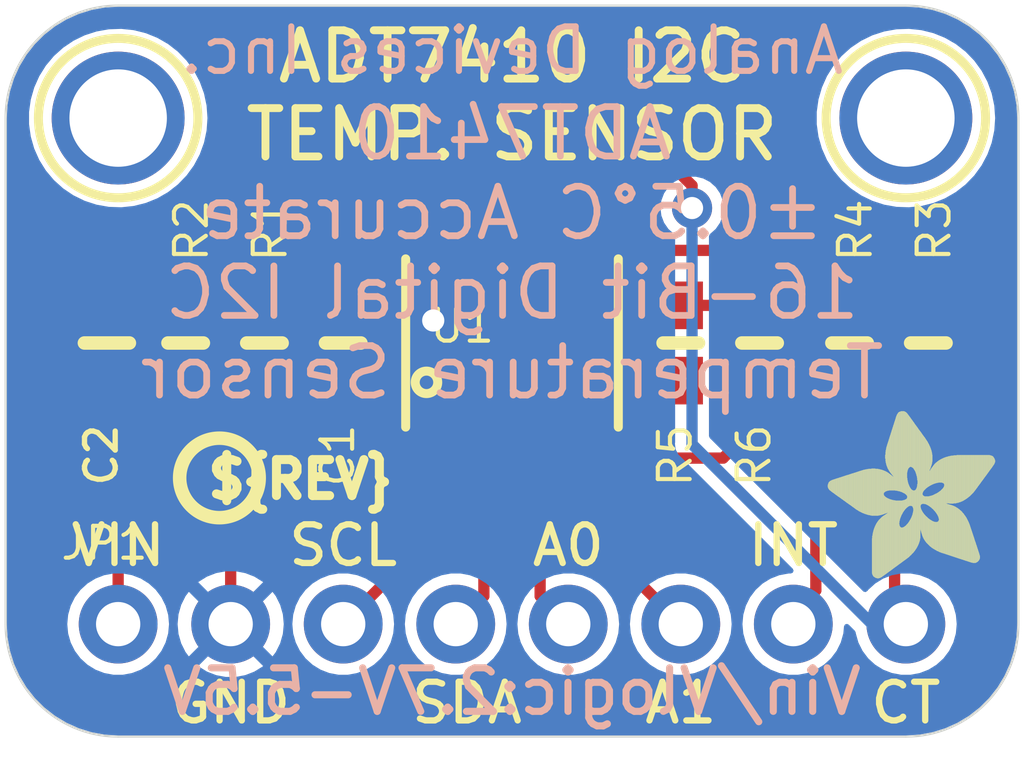
<source format=kicad_pcb>
(kicad_pcb (version 20221018) (generator pcbnew)
  (layers (0 "F.Cu" signal) (31 "B.Cu" signal) (34 "B.Paste" user) (35 "F.Paste" user) (36 "B.SilkS" user "B.Silkscreen") (37 "F.SilkS" user "F.Silkscreen") (38 "B.Mask" user) (39 "F.Mask" user) (44 "Edge.Cuts" user))
  (net 0 "")
  (net 1 "SCL")
  (net 2 "VDD")
  (net 3 "SDA")
  (net 4 "CT")
  (net 5 "INT")
  (net 6 "GND")
  (net 7 "A1")
  (net 8 "A0")
  (footprint "working:0603-NO" (layer "F.Cu") (at 152.3111 104.3686 -90)
    (fp_text reference "R5" (at 1.778 0.127 90) (layer "F.SilkS") (effects (font (size 0.719491 0.719491) (thickness 0.093309)) (justify right)))
    (fp_text value "10K")
    (pad "1" smd rect (at -0.85 0 270) (size 1.075 1) (layers "F.Cu" "F.Paste" "F.Mask") (net 6 "GND"))
    (pad "2" smd rect (at 0.85 0 270) (size 1.075 1) (layers "F.Cu" "F.Paste" "F.Mask") (net 8 "A0"))
  )
  (footprint "working:ADAFRUIT_3.5MM" (layer "F.Cu") (at 159.4231 109.7026 90)
    (fp_text reference "U$16" hide)
    (fp_text value "" hide)
  )
  (footprint "working:1X08_ROUND_70" (layer "F.Cu") (at 148.5011 110.7186)
    (fp_text reference "JP1" (at -10.2362 -1.8288) (layer "F.SilkS") (effects (font (size 0.719491 0.719491) (thickness 0.093309)) (justify left)))
    (fp_text value "")
    (pad "1" thru_hole circle (at -8.89 0 90) (size 1.778 1.778) (drill 1) (layers "*.Cu" "*.Mask") (net 2 "VDD"))
    (pad "2" thru_hole circle (at -6.35 0 90) (size 1.778 1.778) (drill 1) (layers "*.Cu" "*.Mask") (net 6 "GND"))
    (pad "3" thru_hole circle (at -3.81 0 90) (size 1.778 1.778) (drill 1) (layers "*.Cu" "*.Mask") (net 1 "SCL"))
    (pad "4" thru_hole circle (at -1.27 0 90) (size 1.778 1.778) (drill 1) (layers "*.Cu" "*.Mask") (net 3 "SDA"))
    (pad "5" thru_hole circle (at 1.27 0 90) (size 1.778 1.778) (drill 1) (layers "*.Cu" "*.Mask") (net 8 "A0"))
    (pad "6" thru_hole circle (at 3.81 0 90) (size 1.778 1.778) (drill 1) (layers "*.Cu" "*.Mask") (net 7 "A1"))
    (pad "7" thru_hole circle (at 6.35 0 90) (size 1.778 1.778) (drill 1) (layers "*.Cu" "*.Mask") (net 5 "INT"))
    (pad "8" thru_hole circle (at 8.89 0 90) (size 1.778 1.778) (drill 1) (layers "*.Cu" "*.Mask") (net 4 "CT"))
  )
  (footprint "working:0603-NO" (layer "F.Cu") (at 141.1351 104.3686 90)
    (fp_text reference "R2" (at 1.778 0.127 90) (layer "F.SilkS") (effects (font (size 0.719491 0.719491) (thickness 0.093309)) (justify left)))
    (fp_text value "10K")
    (pad "1" smd rect (at -0.85 0 90) (size 1.075 1) (layers "F.Cu" "F.Paste" "F.Mask") (net 1 "SCL"))
    (pad "2" smd rect (at 0.85 0 90) (size 1.075 1) (layers "F.Cu" "F.Paste" "F.Mask") (net 2 "VDD"))
  )
  (footprint "working:0603-NO" (layer "F.Cu") (at 144.6911 104.3686 -90)
    (fp_text reference "C1" (at 1.778 0.127 90) (layer "F.SilkS") (effects (font (size 0.719491 0.719491) (thickness 0.093309)) (justify right)))
    (fp_text value "0.1uF")
    (pad "1" smd rect (at -0.85 0 270) (size 1.075 1) (layers "F.Cu" "F.Paste" "F.Mask") (net 2 "VDD"))
    (pad "2" smd rect (at 0.85 0 270) (size 1.075 1) (layers "F.Cu" "F.Paste" "F.Mask") (net 6 "GND"))
  )
  (footprint "working:MOUNTINGHOLE_2.0_PLATED" (layer "F.Cu") (at 157.3911 99.2886)
    (fp_text reference "U$4" hide)
    (fp_text value "MOUNTINGHOLE2.0" hide)
    (pad "P$1" thru_hole circle (at 0 0) (size 3 3) (drill 2.2) (layers "*.Cu" "*.Mask"))
    (zone (net 0) (net_name "") (layer "B.Cu") (connect_pads (clearance 0)) (min_thickness 0.25)
      (keepout (tracks not_allowed) (vias not_allowed) (pads not_allowed) (copperpour not_allowed) (footprints allowed))
      (fill (thermal_gap 0.5) (thermal_bridge_width 0.5))
      (polygon (pts (xy 159.4071 99.2886) (xy 159.38748 99.008027) (xy 159.329004 98.732915) (xy 159.232808 98.468619) (xy 159.100765 98.220283) (xy 158.935446 97.99274) (xy 158.740067 97.79042) (xy 158.518433 97.61726) (xy 158.274856 97.476631) (xy 158.014078 97.37127) (xy 157.741175 97.303228) (xy 157.461457 97.273828) (xy 157.180371 97.283644) (xy 156.903385 97.332484) (xy 156.635893 97.419397) (xy 156.3831 97.542693) (xy 156.149926 97.69997) (xy 155.940911 97.888169) (xy 155.760122 98.103625) (xy 155.611078 98.342145) (xy 155.49668 98.599087) (xy 155.419154 98.86945) (xy 155.380011 99.147971) (xy 155.380011 99.429229) (xy 155.419154 99.70775) (xy 155.49668 99.978113) (xy 155.611078 100.235055) (xy 155.760122 100.473575) (xy 155.940911 100.689031) (xy 156.149926 100.87723) (xy 156.3831 101.034507) (xy 156.635893 101.157803) (xy 156.903385 101.244716) (xy 157.180371 101.293556) (xy 157.461457 101.303372) (xy 157.741175 101.273972) (xy 158.014078 101.20593) (xy 158.274856 101.100569) (xy 158.518433 100.95994) (xy 158.740067 100.78678) (xy 158.935446 100.58446) (xy 159.100765 100.356917) (xy 159.232808 100.108581) (xy 159.329004 99.844285) (xy 159.38748 99.569173)))
      (polygon (pts (xy 157.3751 99.2886) (xy 157.379786 99.299914) (xy 157.3911 99.3046) (xy 157.402414 99.299914) (xy 157.4071 99.2886) (xy 157.402414 99.277286) (xy 157.3911 99.2726) (xy 157.379786 99.277286)))
    )
  )
  (footprint "working:PCBFEAT-REV-040" (layer "F.Cu") (at 141.8971 107.4166)
    (fp_text reference "U$1" hide)
    (fp_text value "" hide)
    (fp_text user "${REV}" (at -0.3556 0.508) (layer "F.SilkS") (effects (font (size 0.8128 0.8128) (thickness 0.2032)) (justify left bottom)))
  )
  (footprint "working:FIDUCIAL_1MM" (layer "F.Cu") (at 141.8971 101.5746)
    (fp_text reference "FID1" hide)
    (fp_text value "FIDUCIAL_1MM" hide)
    (pad "1" smd roundrect (at 0 0) (size 1 1) (layers "F.Cu" "F.Mask") (roundrect_rratio 0.5))
  )
  (footprint "working:SOIC8_150MIL" (layer "F.Cu") (at 148.5011 104.3686)
    (fp_text reference "U1" (at -1.905 -0.381) (layer "F.SilkS") (effects (font (size 0.719491 0.719491) (thickness 0.093309)) (justify left)))
    (fp_text value "ADT7410")
    (pad "1" smd rect (at -1.905 2.6) (size 0.6 2.2) (layers "F.Cu" "F.Paste" "F.Mask") (net 1 "SCL"))
    (pad "2" smd rect (at -0.635 2.6) (size 0.6 2.2) (layers "F.Cu" "F.Paste" "F.Mask") (net 3 "SDA"))
    (pad "3" smd rect (at 0.635 2.6) (size 0.6 2.2) (layers "F.Cu" "F.Paste" "F.Mask") (net 8 "A0"))
    (pad "4" smd rect (at 1.905 2.6) (size 0.6 2.2) (layers "F.Cu" "F.Paste" "F.Mask") (net 7 "A1"))
    (pad "5" smd rect (at 1.905 -2.6) (size 0.6 2.2) (layers "F.Cu" "F.Paste" "F.Mask") (net 5 "INT"))
    (pad "6" smd rect (at 0.635 -2.6) (size 0.6 2.2) (layers "F.Cu" "F.Paste" "F.Mask") (net 4 "CT"))
    (pad "7" smd rect (at -0.635 -2.6) (size 0.6 2.2) (layers "F.Cu" "F.Paste" "F.Mask") (net 6 "GND"))
    (pad "8" smd rect (at -1.905 -2.6) (size 0.6 2.2) (layers "F.Cu" "F.Paste" "F.Mask") (net 2 "VDD"))
  )
  (footprint "working:FIDUCIAL_1MM" (layer "F.Cu") (at 152.3111 108.4326)
    (fp_text reference "FID2" hide)
    (fp_text value "FIDUCIAL_1MM" hide)
    (pad "1" smd roundrect (at 0 0) (size 1 1) (layers "F.Cu" "F.Mask") (roundrect_rratio 0.5))
  )
  (footprint "working:0805-NO" (layer "F.Cu") (at 139.3571 104.3686 -90)
    (fp_text reference "C2" (at 1.778 0.127 90) (layer "F.SilkS") (effects (font (size 0.692831 0.692831) (thickness 0.119969)) (justify right)))
    (fp_text value "10uF")
    (pad "1" smd rect (at -0.95 0 270) (size 1.24 1.5) (layers "F.Cu" "F.Paste" "F.Mask") (net 2 "VDD"))
    (pad "2" smd rect (at 0.95 0 270) (size 1.24 1.5) (layers "F.Cu" "F.Paste" "F.Mask") (net 6 "GND"))
  )
  (footprint "working:0603-NO" (layer "F.Cu") (at 142.9131 104.3686 90)
    (fp_text reference "R1" (at 1.778 0.127 90) (layer "F.SilkS") (effects (font (size 0.719491 0.719491) (thickness 0.093309)) (justify left)))
    (fp_text value "10K")
    (pad "1" smd rect (at -0.85 0 90) (size 1.075 1) (layers "F.Cu" "F.Paste" "F.Mask") (net 3 "SDA"))
    (pad "2" smd rect (at 0.85 0 90) (size 1.075 1) (layers "F.Cu" "F.Paste" "F.Mask") (net 2 "VDD"))
  )
  (footprint "working:0603-NO" (layer "F.Cu") (at 154.0891 104.3686 -90)
    (fp_text reference "R6" (at 1.778 0.127 90) (layer "F.SilkS") (effects (font (size 0.719491 0.719491) (thickness 0.093309)) (justify right)))
    (fp_text value "10K")
    (pad "1" smd rect (at -0.85 0 270) (size 1.075 1) (layers "F.Cu" "F.Paste" "F.Mask") (net 6 "GND"))
    (pad "2" smd rect (at 0.85 0 270) (size 1.075 1) (layers "F.Cu" "F.Paste" "F.Mask") (net 7 "A1"))
  )
  (footprint "working:0603-NO" (layer "F.Cu") (at 156.1211 104.3686 90)
    (fp_text reference "R4" (at 1.778 0.127 90) (layer "F.SilkS") (effects (font (size 0.719491 0.719491) (thickness 0.093309)) (justify left)))
    (fp_text value "10K")
    (pad "1" smd rect (at -0.85 0 90) (size 1.075 1) (layers "F.Cu" "F.Paste" "F.Mask") (net 5 "INT"))
    (pad "2" smd rect (at 0.85 0 90) (size 1.075 1) (layers "F.Cu" "F.Paste" "F.Mask") (net 2 "VDD"))
  )
  (footprint "working:MOUNTINGHOLE_2.0_PLATED" (layer "F.Cu") (at 139.6111 99.2886)
    (fp_text reference "U$3" hide)
    (fp_text value "MOUNTINGHOLE2.0" hide)
    (pad "P$1" thru_hole circle (at 0 0) (size 3 3) (drill 2.2) (layers "*.Cu" "*.Mask"))
    (zone (net 0) (net_name "") (layer "B.Cu") (connect_pads (clearance 0)) (min_thickness 0.25)
      (keepout (tracks not_allowed) (vias not_allowed) (pads not_allowed) (copperpour not_allowed) (footprints allowed))
      (fill (thermal_gap 0.5) (thermal_bridge_width 0.5))
      (polygon (pts (xy 141.6271 99.2886) (xy 141.60748 99.008027) (xy 141.549004 98.732915) (xy 141.452808 98.468619) (xy 141.320765 98.220283) (xy 141.155446 97.99274) (xy 140.960067 97.79042) (xy 140.738433 97.61726) (xy 140.494856 97.476631) (xy 140.234078 97.37127) (xy 139.961175 97.303228) (xy 139.681457 97.273828) (xy 139.400371 97.283644) (xy 139.123385 97.332484) (xy 138.855893 97.419397) (xy 138.6031 97.542693) (xy 138.369926 97.69997) (xy 138.160911 97.888169) (xy 137.980122 98.103625) (xy 137.831078 98.342145) (xy 137.71668 98.599087) (xy 137.639154 98.86945) (xy 137.600011 99.147971) (xy 137.600011 99.429229) (xy 137.639154 99.70775) (xy 137.71668 99.978113) (xy 137.831078 100.235055) (xy 137.980122 100.473575) (xy 138.160911 100.689031) (xy 138.369926 100.87723) (xy 138.6031 101.034507) (xy 138.855893 101.157803) (xy 139.123385 101.244716) (xy 139.400371 101.293556) (xy 139.681457 101.303372) (xy 139.961175 101.273972) (xy 140.234078 101.20593) (xy 140.494856 101.100569) (xy 140.738433 100.95994) (xy 140.960067 100.78678) (xy 141.155446 100.58446) (xy 141.320765 100.356917) (xy 141.452808 100.108581) (xy 141.549004 99.844285) (xy 141.60748 99.569173)))
      (polygon (pts (xy 139.5951 99.2886) (xy 139.599786 99.299914) (xy 139.6111 99.3046) (xy 139.622414 99.299914) (xy 139.6271 99.2886) (xy 139.622414 99.277286) (xy 139.6111 99.2726) (xy 139.599786 99.277286)))
    )
  )
  (footprint "working:0603-NO" (layer "F.Cu") (at 157.8991 104.3686 90)
    (fp_text reference "R3" (at 1.778 0.127 90) (layer "F.SilkS") (effects (font (size 0.719491 0.719491) (thickness 0.093309)) (justify left)))
    (fp_text value "10K")
    (pad "1" smd rect (at -0.85 0 90) (size 1.075 1) (layers "F.Cu" "F.Paste" "F.Mask") (net 4 "CT"))
    (pad "2" smd rect (at 0.85 0 90) (size 1.075 1) (layers "F.Cu" "F.Paste" "F.Mask") (net 2 "VDD"))
  )
  (gr_arc (start 137.0711 99.2886) (mid 137.815049 97.492549) (end 139.6111 96.7486) (stroke (width 0.05)) (layer "Edge.Cuts"))
  (gr_arc (start 157.3911 96.7486) (mid 159.187151 97.492549) (end 159.9311 99.2886) (stroke (width 0.05)) (layer "Edge.Cuts"))
  (gr_line (start 137.0711 110.7186) (end 137.0711 99.2886) (stroke (width 0.05)) (layer "Edge.Cuts"))
  (gr_line (start 139.6111 96.7486) (end 157.3911 96.7486) (stroke (width 0.05)) (layer "Edge.Cuts"))
  (gr_line (start 157.3911 113.2586) (end 139.6111 113.2586) (stroke (width 0.05)) (layer "Edge.Cuts"))
  (gr_arc (start 159.9311 110.7186) (mid 159.187151 112.514651) (end 157.3911 113.2586) (stroke (width 0.05)) (layer "Edge.Cuts"))
  (gr_line (start 159.9311 99.2886) (end 159.9311 110.7186) (stroke (width 0.05)) (layer "Edge.Cuts"))
  (gr_arc (start 139.6111 113.2586) (mid 137.815049 112.514651) (end 137.0711 110.7186) (stroke (width 0.05)) (layer "Edge.Cuts"))
  (gr_text "Vin/Vlogic:2.7V-5.5V" (at 148.5011 112.2426) (layer "B.SilkS") (effects (font (size 0.98298 0.98298) (thickness 0.16002)) (justify mirror)))
  (gr_text "Analog Devices Inc." (at 148.5011 97.7646) (layer "B.SilkS") (effects (font (size 1.00584 1.00584) (thickness 0.13716)) (justify mirror)))
  (gr_text "ADT7410\n±0.5°C Accurate\n16-Bit Digital I2C\nTemperature Sensor" (at 148.5011 102.3366) (layer "B.SilkS") (effects (font (size 1.1176 1.1176) (thickness 0.1524)) (justify mirror)))
  (gr_text "A1" (at 152.3111 112.4966) (layer "F.SilkS") (effects (font (size 0.87376 0.87376) (thickness 0.14224))))
  (gr_text "SCL" (at 144.6911 108.9406) (layer "F.SilkS") (effects (font (size 0.87376 0.87376) (thickness 0.14224))))
  (gr_text "ADT7410 I2C\nTEMP. SENSOR" (at 148.5011 98.7806) (layer "F.SilkS") (effects (font (size 1.0922 1.0922) (thickness 0.1778))))
  (gr_text "VIN" (at 139.6111 108.9406) (layer "F.SilkS") (effects (font (size 0.87376 0.87376) (thickness 0.14224))))
  (gr_text "A0" (at 149.7711 108.9406) (layer "F.SilkS") (effects (font (size 0.87376 0.87376) (thickness 0.14224))))
  (gr_text "GND" (at 142.1511 112.4966) (layer "F.SilkS") (effects (font (size 0.87376 0.87376) (thickness 0.14224))))
  (gr_text "SDA" (at 147.4851 112.4966) (layer "F.SilkS") (effects (font (size 0.87376 0.87376) (thickness 0.14224))))
  (gr_text "INT" (at 154.8511 108.9406) (layer "F.SilkS") (effects (font (size 0.87376 0.87376) (thickness 0.14224))))
  (gr_text "CT" (at 157.3911 112.4966) (layer "F.SilkS") (effects (font (size 0.87376 0.87376) (thickness 0.14224))))
  (segment (start 146.5961 106.9686) (end 146.5961 108.8136) (width 0.254) (layer "F.Cu") (net 1))
  (segment (start 142.4651 106.9686) (end 141.1351 105.6386) (width 0.254) (layer "F.Cu") (net 1))
  (segment (start 141.1351 105.2186) (end 141.1351 105.6386) (width 0.254) (layer "F.Cu") (net 1))
  (segment (start 146.5961 106.9686) (end 142.4651 106.9686) (width 0.254) (layer "F.Cu") (net 1))
  (segment (start 146.5961 108.8136) (end 144.6911 110.7186) (width 0.254) (layer "F.Cu") (net 1))
  (segment (start 146.5961 100.1776) (end 146.5961 101.7686) (width 0.254) (layer "F.Cu") (net 2))
  (segment (start 139.6111 108.6866) (end 138.276903 107.352404) (width 0.254) (layer "F.Cu") (net 2))
  (segment (start 139.4571 103.5186) (end 139.3571 103.4186) (width 0.254) (layer "F.Cu") (net 2))
  (segment (start 138.8491 103.4186) (end 138.2769 103.9908) (width 0.254) (layer "F.Cu") (net 2))
  (segment (start 157.8991 103.5186) (end 156.1211 103.5186) (width 0.254) (layer "F.Cu") (net 2))
  (segment (start 138.276903 107.352404) (end 138.2769 103.9908) (width 0.254) (layer "F.Cu") (net 2))
  (segment (start 139.6111 110.7186) (end 139.6111 108.6866) (width 0.254) (layer "F.Cu") (net 2))
  (segment (start 141.1351 103.5186) (end 139.4571 103.5186) (width 0.254) (layer "F.Cu") (net 2))
  (segment (start 156.121096 102.5906) (end 156.121093 101.574597) (width 0.254) (layer "F.Cu") (net 2))
  (segment (start 153.835096 99.2886) (end 147.4851 99.2886) (width 0.254) (layer "F.Cu") (net 2))
  (segment (start 147.4851 99.2886) (end 146.5961 100.1776) (width 0.254) (layer "F.Cu") (net 2))
  (segment (start 144.8461 103.5186) (end 144.6911 103.5186) (width 0.254) (layer "F.Cu") (net 2))
  (segment (start 156.121096 102.5906) (end 156.121096 103.518597) (width 0.254) (layer "F.Cu") (net 2))
  (segment (start 144.6911 103.5186) (end 142.9131 103.5186) (width 0.254) (layer "F.Cu") (net 2))
  (segment (start 139.3571 103.4186) (end 138.8491 103.4186) (width 0.254) (layer "F.Cu") (net 2))
  (segment (start 146.5961 101.7686) (end 144.8461 103.5186) (width 0.254) (layer "F.Cu") (net 2))
  (segment (start 156.121093 101.574597) (end 153.835096 99.2886) (width 0.254) (layer "F.Cu") (net 2))
  (segment (start 156.1211 103.5186) (end 156.121096 103.518597) (width 0.254) (layer "F.Cu") (net 2))
  (segment (start 142.9131 103.5186) (end 141.1351 103.5186) (width 0.254) (layer "F.Cu") (net 2))
  (segment (start 146.4691 105.1306) (end 145.199096 106.4006) (width 0.254) (layer "F.Cu") (net 3))
  (segment (start 147.8661 106.9686) (end 147.8661 110.0836) (width 0.254) (layer "F.Cu") (net 3))
  (segment (start 145.199096 106.4006) (end 143.5871 106.4006) (width 0.254) (layer "F.Cu") (net 3))
  (segment (start 142.9131 105.2186) (end 142.9131 105.7266) (width 0.254) (layer "F.Cu") (net 3))
  (segment (start 147.7391 105.1306) (end 146.4691 105.1306) (width 0.254) (layer "F.Cu") (net 3))
  (segment (start 147.8661 105.2576) (end 147.7391 105.1306) (width 0.254) (layer "F.Cu") (net 3))
  (segment (start 147.8661 105.2576) (end 147.8661 106.9686) (width 0.254) (layer "F.Cu") (net 3))
  (segment (start 143.5871 106.4006) (end 142.9131 105.7266) (width 0.254) (layer "F.Cu") (net 3))
  (segment (start 147.8661 110.0836) (end 147.2311 110.7186) (width 0.254) (layer "F.Cu") (net 3))
  (segment (start 152.5651 100.8126) (end 152.5651 101.3206) (width 0.254) (layer "F.Cu") (net 4))
  (segment (start 157.3911 110.4646) (end 157.1371 110.2106) (width 0.254) (layer "F.Cu") (net 4))
  (segment (start 149.5171 100.0506) (end 149.1361 100.431604) (width 0.254) (layer "F.Cu") (net 4))
  (segment (start 149.1361 100.431604) (end 149.1361 101.7686) (width 0.254) (layer "F.Cu") (net 4))
  (segment (start 152.5651 100.8126) (end 151.8031 100.0506) (width 0.254) (layer "F.Cu") (net 4))
  (segment (start 157.8991 106.1466) (end 157.1371 106.9086) (width 0.254) (layer "F.Cu") (net 4))
  (segment (start 157.1371 106.9086) (end 157.1371 110.2106) (width 0.254) (layer "F.Cu") (net 4))
  (segment (start 157.3911 110.7186) (end 157.3911 110.4646) (width 0.254) (layer "F.Cu") (net 4))
  (segment (start 157.8991 105.2186) (end 157.8991 106.1466) (width 0.254) (layer "F.Cu") (net 4))
  (segment (start 151.8031 100.0506) (end 149.5171 100.0506) (width 0.254) (layer "F.Cu") (net 4))
  (via (at 152.5651 101.3206) (size 0.9064) (drill 0.5) (layers "F.Cu" "B.Cu") (net 4))
  (segment (start 152.5651 101.3206) (end 152.5651 106.6546) (width 0.254) (layer "B.Cu") (net 4))
  (segment (start 156.6291 110.7186) (end 152.5651 106.6546) (width 0.254) (layer "B.Cu") (net 4))
  (segment (start 157.3911 110.7186) (end 156.6291 110.7186) (width 0.254) (layer "B.Cu") (net 4))
  (segment (start 155.3591 106.6546) (end 155.3591 109.9566) (width 0.254) (layer "F.Cu") (net 5))
  (segment (start 155.1733 102.590325) (end 154.859575 102.2766) (width 0.254) (layer "F.Cu") (net 5))
  (segment (start 156.1211 105.8926) (end 155.3591 106.6546) (width 0.254) (layer "F.Cu") (net 5))
  (segment (start 150.9141 102.2766) (end 150.4061 101.7686) (width 0.254) (layer "F.Cu") (net 5))
  (segment (start 155.3591 109.9566) (end 154.8511 110.4646) (width 0.254) (layer "F.Cu") (net 5))
  (segment (start 154.859575 102.2766) (end 150.9141 102.2766) (width 0.254) (layer "F.Cu") (net 5))
  (segment (start 154.8511 110.4646) (end 154.8511 110.7186) (width 0.254) (layer "F.Cu") (net 5))
  (segment (start 156.1211 105.2186) (end 155.8671 105.2186) (width 0.254) (layer "F.Cu") (net 5))
  (segment (start 155.8671 105.2186) (end 155.1733 104.5248) (width 0.254) (layer "F.Cu") (net 5))
  (segment (start 155.1733 102.590325) (end 155.1733 104.5248) (width 0.254) (layer "F.Cu") (net 5))
  (segment (start 156.1211 105.2186) (end 156.1211 105.8926) (width 0.254) (layer "F.Cu") (net 5))
  (segment (start 154.0891 103.5186) (end 152.3111 103.5186) (width 0.254) (layer "F.Cu") (net 6))
  (segment (start 147.8661 102.7176) (end 146.7231 103.8606) (width 0.254) (layer "F.Cu") (net 6))
  (segment (start 146.7231 103.8606) (end 145.3651 105.2186) (width 0.254) (layer "F.Cu") (net 6))
  (segment (start 139.357103 106.400604) (end 139.3571 105.3186) (width 0.254) (layer "F.Cu") (net 6))
  (segment (start 147.8661 101.7686) (end 147.8661 102.7176) (width 0.254) (layer "F.Cu") (net 6))
  (segment (start 142.1511 109.1946) (end 142.1511 110.7186) (width 0.254) (layer "F.Cu") (net 6))
  (segment (start 152.3111 103.5186) (end 148.667096 103.518597) (width 0.254) (layer "F.Cu") (net 6))
  (segment (start 145.3651 105.2186) (end 144.6911 105.2186) (width 0.254) (layer "F.Cu") (net 6))
  (segment (start 148.667096 103.518597) (end 147.8661 102.7176) (width 0.254) (layer "F.Cu") (net 6))
  (segment (start 142.1511 109.1946) (end 139.357103 106.400604) (width 0.254) (layer "F.Cu") (net 6))
  (via (at 146.7231 103.8606) (size 0.9064) (drill 0.5) (layers "F.Cu" "B.Cu") (net 6))
  (segment (start 154.0891 105.2186) (end 154.0891 106.1466) (width 0.254) (layer "F.Cu") (net 7))
  (segment (start 150.4061 108.8136) (end 152.3111 110.7186) (width 0.254) (layer "F.Cu") (net 7))
  (segment (start 153.2671 106.9686) (end 150.4061 106.9686) (width 0.254) (layer "F.Cu") (net 7))
  (segment (start 154.0891 106.1466) (end 153.2671 106.9686) (width 0.254) (layer "F.Cu") (net 7))
  (segment (start 150.4061 106.9686) (end 150.4061 108.8136) (width 0.254) (layer "F.Cu") (net 7))
  (segment (start 149.1361 110.0836) (end 149.7711 110.7186) (width 0.254) (layer "F.Cu") (net 8))
  (segment (start 149.5171 105.1306) (end 149.1361 105.5116) (width 0.254) (layer "F.Cu") (net 8))
  (segment (start 152.2231 105.1306) (end 149.5171 105.1306) (width 0.254) (layer "F.Cu") (net 8))
  (segment (start 149.1361 105.5116) (end 149.1361 106.9686) (width 0.254) (layer "F.Cu") (net 8))
  (segment (start 149.1361 106.9686) (end 149.1361 110.0836) (width 0.254) (layer "F.Cu") (net 8))
  (segment (start 152.3111 105.2186) (end 152.2231 105.1306) (width 0.254) (layer "F.Cu") (net 8))
  (zone (net 6) (net_name "GND") (layer "B.Cu") (priority 6) (connect_pads (clearance 0.254)) (min_thickness 0.127) (fill yes (thermal_gap 0.304) (thermal_bridge_width 0.304))
    (polygon (pts (xy 157.712599 96.640815) (xy 158.029411 96.698873) (xy 158.336913 96.794695) (xy 158.630625 96.926884) (xy 158.90626 97.093511) (xy 159.159802 97.292148) (xy 159.387552 97.519898) (xy 159.586189 97.77344) (xy 159.752816 98.049075) (xy 159.885005 98.342787) (xy 159.980827 98.650289) (xy 160.038885 98.967101) (xy 160.0581 99.284763) (xy 160.0581 110.722437) (xy 160.038885 111.040099) (xy 159.980827 111.356911) (xy 159.885005 111.664413) (xy 159.752816 111.958125) (xy 159.586189 112.23376) (xy 159.387552 112.487302) (xy 159.159802 112.715052) (xy 158.90626 112.913689) (xy 158.630625 113.080316) (xy 158.336913 113.212505) (xy 158.029411 113.308327) (xy 157.712599 113.366385) (xy 157.394937 113.3856) (xy 139.607263 113.3856) (xy 139.289601 113.366385) (xy 138.972789 113.308327) (xy 138.665287 113.212505) (xy 138.371575 113.080316) (xy 138.09594 112.913689) (xy 137.842398 112.715052) (xy 137.614648 112.487302) (xy 137.416011 112.23376) (xy 137.249384 111.958125) (xy 137.117195 111.664413) (xy 137.021373 111.356911) (xy 136.963315 111.040099) (xy 136.9441 110.722437) (xy 136.9441 99.284763) (xy 136.963315 98.967101) (xy 137.021373 98.650289) (xy 137.117195 98.342787) (xy 137.249384 98.049075) (xy 137.416011 97.77344) (xy 137.614648 97.519898) (xy 137.842398 97.292148) (xy 138.09594 97.093511) (xy 138.371575 96.926884) (xy 138.665287 96.794695) (xy 138.972789 96.698873) (xy 139.289601 96.640815) (xy 139.607263 96.6216) (xy 157.394937 96.6216)))
  )
)
</source>
